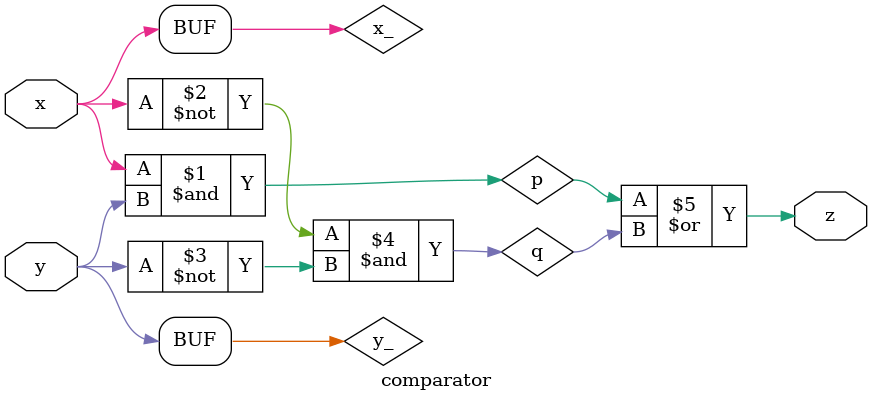
<source format=v>
module comparator(
    input x,
    input y,
    output z
);

    wire x_, y_, p, q;
    and(x_, x);
    and(y_, y);
    and(p, x, y);
    and(q, ~x, ~y);
    or(z, p, q);
endmodule
</source>
